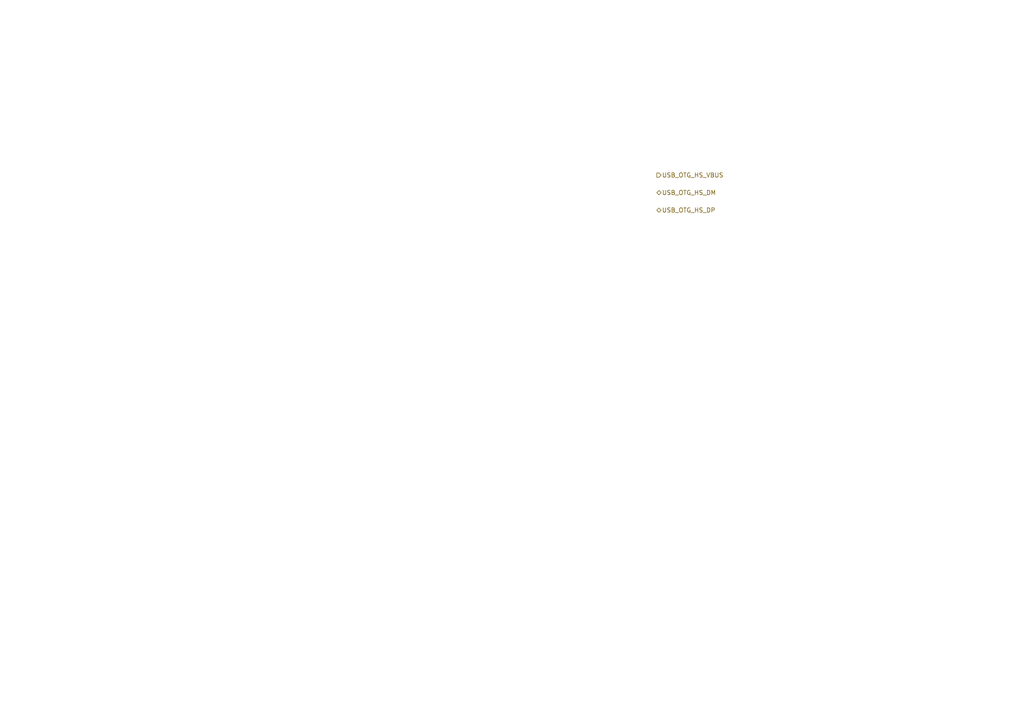
<source format=kicad_sch>
(kicad_sch
	(version 20231120)
	(generator "eeschema")
	(generator_version "8.0")
	(uuid "dd42648d-c5e4-40f0-a975-7ba1d5e37cc9")
	(paper "A4")
	(lib_symbols)
	(hierarchical_label "USB_OTG_HS_VBUS"
		(shape output)
		(at 190.5 50.8 0)
		(effects
			(font
				(size 1.27 1.27)
			)
			(justify left)
		)
		(uuid "89595c83-306b-4b50-a008-f9a8f2c72374")
	)
	(hierarchical_label "USB_OTG_HS_DM"
		(shape bidirectional)
		(at 190.5 55.88 0)
		(effects
			(font
				(size 1.27 1.27)
			)
			(justify left)
		)
		(uuid "b6cacb82-68a7-4d52-a07f-60c71325f888")
	)
	(hierarchical_label "USB_OTG_HS_DP"
		(shape bidirectional)
		(at 190.5 60.96 0)
		(effects
			(font
				(size 1.27 1.27)
			)
			(justify left)
		)
		(uuid "fc47a9b5-5638-4117-af94-eed82b239194")
	)
)

</source>
